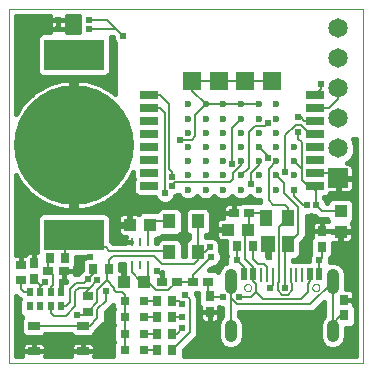
<source format=gtl>
G75*
%MOIN*%
%OFA0B0*%
%FSLAX25Y25*%
%IPPOS*%
%LPD*%
%AMOC8*
5,1,8,0,0,1.08239X$1,22.5*
%
%ADD10C,0.00000*%
%ADD11R,0.05906X0.02756*%
%ADD12C,0.02362*%
%ADD13R,0.02362X0.02362*%
%ADD14R,0.05906X0.05906*%
%ADD15R,0.04252X0.04134*%
%ADD16R,0.02165X0.02165*%
%ADD17R,0.04134X0.02559*%
%ADD18R,0.03642X0.02913*%
%ADD19R,0.02913X0.03642*%
%ADD20R,0.04134X0.04252*%
%ADD21R,0.03937X0.05669*%
%ADD22R,0.04724X0.05669*%
%ADD23R,0.02756X0.03543*%
%ADD24R,0.03150X0.03150*%
%ADD25R,0.03937X0.04724*%
%ADD26C,0.40000*%
%ADD27R,0.20000X0.10000*%
%ADD28R,0.00984X0.02559*%
%ADD29C,0.03937*%
%ADD30R,0.02283X0.04134*%
%ADD31R,0.01102X0.04528*%
%ADD32R,0.01969X0.03150*%
%ADD33R,0.03543X0.02756*%
%ADD34R,0.06500X0.06500*%
%ADD35C,0.06500*%
%ADD36C,0.01600*%
%ADD37C,0.02381*%
%ADD38C,0.00600*%
%ADD39C,0.00800*%
D10*
X0018501Y0009674D02*
X0018501Y0127784D01*
X0136611Y0127784D01*
X0136611Y0009674D01*
X0018501Y0009674D01*
X0096887Y0034871D02*
X0096889Y0034940D01*
X0096895Y0035008D01*
X0096905Y0035076D01*
X0096919Y0035143D01*
X0096937Y0035210D01*
X0096958Y0035275D01*
X0096984Y0035339D01*
X0097013Y0035401D01*
X0097045Y0035461D01*
X0097081Y0035520D01*
X0097121Y0035576D01*
X0097163Y0035630D01*
X0097209Y0035681D01*
X0097258Y0035730D01*
X0097309Y0035776D01*
X0097363Y0035818D01*
X0097419Y0035858D01*
X0097477Y0035894D01*
X0097538Y0035926D01*
X0097600Y0035955D01*
X0097664Y0035981D01*
X0097729Y0036002D01*
X0097796Y0036020D01*
X0097863Y0036034D01*
X0097931Y0036044D01*
X0097999Y0036050D01*
X0098068Y0036052D01*
X0098137Y0036050D01*
X0098205Y0036044D01*
X0098273Y0036034D01*
X0098340Y0036020D01*
X0098407Y0036002D01*
X0098472Y0035981D01*
X0098536Y0035955D01*
X0098598Y0035926D01*
X0098658Y0035894D01*
X0098717Y0035858D01*
X0098773Y0035818D01*
X0098827Y0035776D01*
X0098878Y0035730D01*
X0098927Y0035681D01*
X0098973Y0035630D01*
X0099015Y0035576D01*
X0099055Y0035520D01*
X0099091Y0035461D01*
X0099123Y0035401D01*
X0099152Y0035339D01*
X0099178Y0035275D01*
X0099199Y0035210D01*
X0099217Y0035143D01*
X0099231Y0035076D01*
X0099241Y0035008D01*
X0099247Y0034940D01*
X0099249Y0034871D01*
X0099247Y0034802D01*
X0099241Y0034734D01*
X0099231Y0034666D01*
X0099217Y0034599D01*
X0099199Y0034532D01*
X0099178Y0034467D01*
X0099152Y0034403D01*
X0099123Y0034341D01*
X0099091Y0034280D01*
X0099055Y0034222D01*
X0099015Y0034166D01*
X0098973Y0034112D01*
X0098927Y0034061D01*
X0098878Y0034012D01*
X0098827Y0033966D01*
X0098773Y0033924D01*
X0098717Y0033884D01*
X0098659Y0033848D01*
X0098598Y0033816D01*
X0098536Y0033787D01*
X0098472Y0033761D01*
X0098407Y0033740D01*
X0098340Y0033722D01*
X0098273Y0033708D01*
X0098205Y0033698D01*
X0098137Y0033692D01*
X0098068Y0033690D01*
X0097999Y0033692D01*
X0097931Y0033698D01*
X0097863Y0033708D01*
X0097796Y0033722D01*
X0097729Y0033740D01*
X0097664Y0033761D01*
X0097600Y0033787D01*
X0097538Y0033816D01*
X0097477Y0033848D01*
X0097419Y0033884D01*
X0097363Y0033924D01*
X0097309Y0033966D01*
X0097258Y0034012D01*
X0097209Y0034061D01*
X0097163Y0034112D01*
X0097121Y0034166D01*
X0097081Y0034222D01*
X0097045Y0034280D01*
X0097013Y0034341D01*
X0096984Y0034403D01*
X0096958Y0034467D01*
X0096937Y0034532D01*
X0096919Y0034599D01*
X0096905Y0034666D01*
X0096895Y0034734D01*
X0096889Y0034802D01*
X0096887Y0034871D01*
X0119642Y0034871D02*
X0119644Y0034940D01*
X0119650Y0035008D01*
X0119660Y0035076D01*
X0119674Y0035143D01*
X0119692Y0035210D01*
X0119713Y0035275D01*
X0119739Y0035339D01*
X0119768Y0035401D01*
X0119800Y0035461D01*
X0119836Y0035520D01*
X0119876Y0035576D01*
X0119918Y0035630D01*
X0119964Y0035681D01*
X0120013Y0035730D01*
X0120064Y0035776D01*
X0120118Y0035818D01*
X0120174Y0035858D01*
X0120232Y0035894D01*
X0120293Y0035926D01*
X0120355Y0035955D01*
X0120419Y0035981D01*
X0120484Y0036002D01*
X0120551Y0036020D01*
X0120618Y0036034D01*
X0120686Y0036044D01*
X0120754Y0036050D01*
X0120823Y0036052D01*
X0120892Y0036050D01*
X0120960Y0036044D01*
X0121028Y0036034D01*
X0121095Y0036020D01*
X0121162Y0036002D01*
X0121227Y0035981D01*
X0121291Y0035955D01*
X0121353Y0035926D01*
X0121413Y0035894D01*
X0121472Y0035858D01*
X0121528Y0035818D01*
X0121582Y0035776D01*
X0121633Y0035730D01*
X0121682Y0035681D01*
X0121728Y0035630D01*
X0121770Y0035576D01*
X0121810Y0035520D01*
X0121846Y0035461D01*
X0121878Y0035401D01*
X0121907Y0035339D01*
X0121933Y0035275D01*
X0121954Y0035210D01*
X0121972Y0035143D01*
X0121986Y0035076D01*
X0121996Y0035008D01*
X0122002Y0034940D01*
X0122004Y0034871D01*
X0122002Y0034802D01*
X0121996Y0034734D01*
X0121986Y0034666D01*
X0121972Y0034599D01*
X0121954Y0034532D01*
X0121933Y0034467D01*
X0121907Y0034403D01*
X0121878Y0034341D01*
X0121846Y0034280D01*
X0121810Y0034222D01*
X0121770Y0034166D01*
X0121728Y0034112D01*
X0121682Y0034061D01*
X0121633Y0034012D01*
X0121582Y0033966D01*
X0121528Y0033924D01*
X0121472Y0033884D01*
X0121414Y0033848D01*
X0121353Y0033816D01*
X0121291Y0033787D01*
X0121227Y0033761D01*
X0121162Y0033740D01*
X0121095Y0033722D01*
X0121028Y0033708D01*
X0120960Y0033698D01*
X0120892Y0033692D01*
X0120823Y0033690D01*
X0120754Y0033692D01*
X0120686Y0033698D01*
X0120618Y0033708D01*
X0120551Y0033722D01*
X0120484Y0033740D01*
X0120419Y0033761D01*
X0120355Y0033787D01*
X0120293Y0033816D01*
X0120232Y0033848D01*
X0120174Y0033884D01*
X0120118Y0033924D01*
X0120064Y0033966D01*
X0120013Y0034012D01*
X0119964Y0034061D01*
X0119918Y0034112D01*
X0119876Y0034166D01*
X0119836Y0034222D01*
X0119800Y0034280D01*
X0119768Y0034341D01*
X0119739Y0034403D01*
X0119713Y0034467D01*
X0119692Y0034532D01*
X0119674Y0034599D01*
X0119660Y0034666D01*
X0119650Y0034734D01*
X0119644Y0034802D01*
X0119642Y0034871D01*
D11*
X0120469Y0068729D03*
X0120469Y0073060D03*
X0120469Y0077391D03*
X0120469Y0081721D03*
X0120469Y0086052D03*
X0120469Y0090383D03*
X0120469Y0094713D03*
X0120469Y0099044D03*
X0065351Y0099044D03*
X0065351Y0094713D03*
X0065351Y0090383D03*
X0065351Y0086052D03*
X0065351Y0081721D03*
X0065351Y0077391D03*
X0065351Y0073060D03*
X0065351Y0068729D03*
D12*
X0078146Y0067548D03*
X0078146Y0072272D03*
X0078146Y0076997D03*
X0078146Y0081721D03*
X0078146Y0086446D03*
X0078146Y0091170D03*
X0078146Y0095894D03*
X0084052Y0095894D03*
X0084052Y0091170D03*
X0084052Y0086446D03*
X0084052Y0081721D03*
X0084052Y0076997D03*
X0084052Y0072272D03*
X0084052Y0067548D03*
X0089957Y0067548D03*
X0089957Y0072272D03*
X0089957Y0076997D03*
X0089957Y0081721D03*
X0089957Y0086446D03*
X0089957Y0091170D03*
X0089957Y0095894D03*
X0095863Y0095894D03*
X0095863Y0091170D03*
X0095863Y0086446D03*
X0095863Y0081721D03*
X0095863Y0076997D03*
X0095863Y0072272D03*
X0095863Y0067548D03*
X0101768Y0067548D03*
X0101768Y0072272D03*
X0101768Y0076997D03*
X0101768Y0081721D03*
X0101768Y0086446D03*
X0101768Y0091170D03*
X0101768Y0095894D03*
X0107674Y0095894D03*
X0107674Y0091170D03*
X0107674Y0086446D03*
X0107674Y0081721D03*
X0107674Y0076997D03*
X0107674Y0072272D03*
X0107674Y0067548D03*
X0113579Y0072272D03*
X0113579Y0076997D03*
X0113579Y0081721D03*
D13*
X0113579Y0067548D03*
D14*
X0106198Y0103769D03*
X0097339Y0103769D03*
X0088481Y0103769D03*
X0079623Y0103769D03*
D15*
X0129131Y0060363D03*
X0129131Y0053473D03*
D16*
X0045371Y0121190D03*
X0045371Y0124143D03*
X0034938Y0124143D03*
X0034938Y0121190D03*
D17*
X0026867Y0022174D03*
X0026867Y0013709D03*
X0043205Y0013709D03*
X0043205Y0022174D03*
D18*
X0036808Y0040383D03*
X0031690Y0040383D03*
X0069485Y0036839D03*
X0074603Y0036839D03*
X0079721Y0036839D03*
X0084839Y0036839D03*
X0093501Y0059674D03*
X0098619Y0059674D03*
D19*
X0122831Y0053572D03*
X0122831Y0048454D03*
X0130312Y0030737D03*
X0130312Y0025619D03*
X0085430Y0026800D03*
X0085430Y0031918D03*
X0026768Y0037824D03*
X0026768Y0042942D03*
D20*
X0056788Y0036839D03*
X0063678Y0036839D03*
X0065646Y0055737D03*
X0058757Y0055737D03*
X0091434Y0054162D03*
X0098323Y0054162D03*
D21*
X0104131Y0058099D03*
X0111611Y0058099D03*
X0111611Y0049438D03*
D22*
X0104918Y0049438D03*
D23*
X0099800Y0048650D03*
X0094682Y0048650D03*
X0073028Y0030540D03*
X0067910Y0030540D03*
X0067910Y0025028D03*
X0073028Y0025028D03*
X0073028Y0019517D03*
X0067910Y0019517D03*
X0067910Y0014005D03*
X0073028Y0014005D03*
X0051768Y0041170D03*
X0046650Y0041170D03*
X0037201Y0044713D03*
X0032083Y0044713D03*
D24*
X0057083Y0030540D03*
X0057083Y0025028D03*
X0057083Y0019517D03*
X0057083Y0014005D03*
X0063383Y0014005D03*
X0063383Y0019517D03*
X0063383Y0025028D03*
X0063383Y0030540D03*
D25*
X0072044Y0046682D03*
X0081493Y0046682D03*
X0081493Y0056918D03*
X0072044Y0056918D03*
D26*
X0040154Y0082509D03*
D27*
X0040154Y0112509D03*
X0040154Y0052509D03*
D28*
X0059642Y0050127D03*
X0062201Y0050127D03*
X0064760Y0050127D03*
X0064760Y0042450D03*
X0062201Y0042450D03*
X0059642Y0042450D03*
D29*
X0092438Y0034673D02*
X0092438Y0034673D01*
X0092438Y0039005D01*
X0092438Y0039005D01*
X0092438Y0034673D01*
X0092438Y0038609D02*
X0092438Y0038609D01*
X0092438Y0018808D02*
X0092438Y0018808D01*
X0092438Y0021958D01*
X0092438Y0021958D01*
X0092438Y0018808D01*
X0126453Y0018808D02*
X0126453Y0018808D01*
X0126453Y0021958D01*
X0126453Y0021958D01*
X0126453Y0018808D01*
X0126453Y0034673D02*
X0126453Y0034673D01*
X0126453Y0039005D01*
X0126453Y0039005D01*
X0126453Y0034673D01*
X0126453Y0038609D02*
X0126453Y0038609D01*
D30*
X0122044Y0039300D03*
X0118894Y0039300D03*
X0099997Y0039300D03*
X0096847Y0039300D03*
D31*
X0102556Y0039103D03*
X0104524Y0039103D03*
X0106493Y0039103D03*
X0108461Y0039103D03*
X0110430Y0039103D03*
X0112398Y0039103D03*
X0114367Y0039103D03*
X0116335Y0039103D03*
D32*
X0036020Y0033296D03*
X0032477Y0033296D03*
X0028934Y0033296D03*
X0025390Y0033296D03*
X0025390Y0028572D03*
X0028934Y0028572D03*
X0032477Y0028572D03*
X0036020Y0028572D03*
D33*
X0044879Y0026800D03*
X0044879Y0031918D03*
X0022438Y0037430D03*
X0022438Y0042548D03*
D34*
X0128343Y0071288D03*
D35*
X0128343Y0081288D03*
X0128343Y0091288D03*
X0128343Y0101288D03*
X0128343Y0111288D03*
X0128343Y0121288D03*
D36*
X0133138Y0084477D02*
X0134211Y0084477D01*
X0134211Y0012074D01*
X0076806Y0012074D01*
X0076806Y0014020D01*
X0080323Y0017537D01*
X0081111Y0018324D01*
X0081537Y0019353D01*
X0081537Y0031491D01*
X0081111Y0032520D01*
X0080753Y0032878D01*
X0080753Y0032983D01*
X0081573Y0032983D01*
X0081573Y0029620D01*
X0081938Y0028738D01*
X0082173Y0028503D01*
X0082173Y0026800D01*
X0085430Y0026800D01*
X0088686Y0026800D01*
X0088686Y0028280D01*
X0089046Y0028131D01*
X0089638Y0028131D01*
X0089638Y0025335D01*
X0088734Y0024432D01*
X0088069Y0022826D01*
X0088069Y0017939D01*
X0088734Y0016333D01*
X0089963Y0015104D01*
X0091569Y0014439D01*
X0093307Y0014439D01*
X0094912Y0015104D01*
X0096141Y0016333D01*
X0096806Y0017939D01*
X0096806Y0022826D01*
X0096141Y0024432D01*
X0095238Y0025335D01*
X0095238Y0026559D01*
X0119530Y0026559D01*
X0120559Y0026985D01*
X0121347Y0027773D01*
X0123653Y0030080D01*
X0123653Y0025335D01*
X0122750Y0024432D01*
X0122085Y0022826D01*
X0122085Y0017939D01*
X0122750Y0016333D01*
X0123979Y0015104D01*
X0125584Y0014439D01*
X0127322Y0014439D01*
X0128928Y0015104D01*
X0130157Y0016333D01*
X0130822Y0017939D01*
X0130822Y0021398D01*
X0132246Y0021398D01*
X0133128Y0021763D01*
X0133803Y0022439D01*
X0134168Y0023321D01*
X0134168Y0027917D01*
X0133803Y0028799D01*
X0133568Y0029034D01*
X0133568Y0030737D01*
X0133568Y0032795D01*
X0133446Y0033253D01*
X0133209Y0033663D01*
X0132874Y0033998D01*
X0132463Y0034235D01*
X0132005Y0034358D01*
X0130822Y0034358D01*
X0130822Y0039874D01*
X0130157Y0041479D01*
X0128928Y0042708D01*
X0127322Y0043373D01*
X0125634Y0043373D01*
X0125634Y0044593D01*
X0125648Y0044598D01*
X0126323Y0045273D01*
X0126688Y0046155D01*
X0126688Y0049628D01*
X0126768Y0049606D01*
X0128897Y0049606D01*
X0128897Y0053240D01*
X0126088Y0053240D01*
X0126088Y0053572D01*
X0122831Y0053572D01*
X0122831Y0057193D01*
X0121138Y0057193D01*
X0120680Y0057070D01*
X0120269Y0056833D01*
X0119934Y0056498D01*
X0119697Y0056087D01*
X0119575Y0055629D01*
X0119575Y0053572D01*
X0122831Y0053572D01*
X0122831Y0053572D01*
X0122831Y0053572D01*
X0122831Y0057193D01*
X0124525Y0057193D01*
X0124906Y0057090D01*
X0124710Y0057563D01*
X0122373Y0057563D01*
X0121344Y0057989D01*
X0120494Y0058839D01*
X0120149Y0058839D01*
X0119288Y0059196D01*
X0118427Y0058839D01*
X0117757Y0058839D01*
X0117757Y0052227D01*
X0117331Y0051198D01*
X0115979Y0049847D01*
X0115979Y0046126D01*
X0115614Y0045244D01*
X0114939Y0044569D01*
X0114057Y0044203D01*
X0113230Y0044203D01*
X0113230Y0043767D01*
X0118453Y0043767D01*
X0118453Y0044640D01*
X0119000Y0045960D01*
X0119039Y0045999D01*
X0118975Y0046155D01*
X0118975Y0050752D01*
X0119340Y0051634D01*
X0119575Y0051869D01*
X0119575Y0053572D01*
X0122831Y0053572D01*
X0122831Y0053572D01*
X0126088Y0053572D01*
X0126088Y0053707D01*
X0128897Y0053707D01*
X0128897Y0053240D01*
X0129364Y0053240D01*
X0129364Y0053707D01*
X0133057Y0053707D01*
X0133057Y0055777D01*
X0132934Y0056235D01*
X0132808Y0056453D01*
X0133291Y0056937D01*
X0133657Y0057819D01*
X0133657Y0062907D01*
X0133291Y0063789D01*
X0132616Y0064465D01*
X0131734Y0064830D01*
X0126527Y0064830D01*
X0125645Y0064465D01*
X0124970Y0063789D01*
X0124710Y0063163D01*
X0124446Y0063163D01*
X0123907Y0064464D01*
X0123663Y0064708D01*
X0123663Y0064951D01*
X0123899Y0064951D01*
X0124781Y0065317D01*
X0125457Y0065992D01*
X0125559Y0066238D01*
X0128268Y0066238D01*
X0128268Y0071213D01*
X0128418Y0071213D01*
X0128418Y0066238D01*
X0131830Y0066238D01*
X0132288Y0066361D01*
X0132698Y0066598D01*
X0133034Y0066933D01*
X0133270Y0067343D01*
X0133393Y0067801D01*
X0133393Y0071213D01*
X0128418Y0071213D01*
X0128418Y0071363D01*
X0133393Y0071363D01*
X0133393Y0074775D01*
X0133270Y0075233D01*
X0133034Y0075643D01*
X0132698Y0075979D01*
X0132288Y0076216D01*
X0131830Y0076338D01*
X0131157Y0076338D01*
X0131544Y0076498D01*
X0133133Y0078088D01*
X0133993Y0080164D01*
X0133993Y0082412D01*
X0133138Y0084477D01*
X0133664Y0083206D02*
X0134211Y0083206D01*
X0134211Y0081607D02*
X0133993Y0081607D01*
X0133929Y0080009D02*
X0134211Y0080009D01*
X0134211Y0078410D02*
X0133266Y0078410D01*
X0134211Y0076811D02*
X0131857Y0076811D01*
X0133276Y0075213D02*
X0134211Y0075213D01*
X0134211Y0073614D02*
X0133393Y0073614D01*
X0133393Y0072016D02*
X0134211Y0072016D01*
X0134211Y0070417D02*
X0133393Y0070417D01*
X0133393Y0068819D02*
X0134211Y0068819D01*
X0134211Y0067220D02*
X0133199Y0067220D01*
X0134211Y0065622D02*
X0125087Y0065622D01*
X0125204Y0064023D02*
X0124089Y0064023D01*
X0128268Y0067220D02*
X0128418Y0067220D01*
X0128418Y0068819D02*
X0128268Y0068819D01*
X0128268Y0070417D02*
X0128418Y0070417D01*
X0133057Y0064023D02*
X0134211Y0064023D01*
X0134211Y0062425D02*
X0133657Y0062425D01*
X0133657Y0060826D02*
X0134211Y0060826D01*
X0134211Y0059228D02*
X0133657Y0059228D01*
X0133578Y0057629D02*
X0134211Y0057629D01*
X0134211Y0056031D02*
X0132989Y0056031D01*
X0133057Y0054432D02*
X0134211Y0054432D01*
X0134211Y0052834D02*
X0133057Y0052834D01*
X0133057Y0053240D02*
X0129364Y0053240D01*
X0129364Y0049606D01*
X0131494Y0049606D01*
X0131951Y0049729D01*
X0132362Y0049966D01*
X0132697Y0050301D01*
X0132934Y0050712D01*
X0133057Y0051169D01*
X0133057Y0053240D01*
X0133057Y0051235D02*
X0134211Y0051235D01*
X0134211Y0049637D02*
X0131607Y0049637D01*
X0129364Y0049637D02*
X0128897Y0049637D01*
X0128897Y0051235D02*
X0129364Y0051235D01*
X0129364Y0052834D02*
X0128897Y0052834D01*
X0126688Y0048038D02*
X0134211Y0048038D01*
X0134211Y0046440D02*
X0126688Y0046440D01*
X0125891Y0044841D02*
X0134211Y0044841D01*
X0134211Y0043243D02*
X0127637Y0043243D01*
X0129992Y0041644D02*
X0134211Y0041644D01*
X0134211Y0040046D02*
X0130751Y0040046D01*
X0130822Y0038447D02*
X0134211Y0038447D01*
X0134211Y0036849D02*
X0130822Y0036849D01*
X0130822Y0035250D02*
X0134211Y0035250D01*
X0134211Y0033652D02*
X0133215Y0033652D01*
X0133568Y0032053D02*
X0134211Y0032053D01*
X0133568Y0030737D02*
X0130312Y0030737D01*
X0130312Y0030737D01*
X0133568Y0030737D01*
X0133568Y0030455D02*
X0134211Y0030455D01*
X0134211Y0028856D02*
X0133746Y0028856D01*
X0134168Y0027258D02*
X0134211Y0027258D01*
X0134168Y0025659D02*
X0134211Y0025659D01*
X0134168Y0024061D02*
X0134211Y0024061D01*
X0134211Y0022462D02*
X0133813Y0022462D01*
X0134211Y0020864D02*
X0130822Y0020864D01*
X0130822Y0019265D02*
X0134211Y0019265D01*
X0134211Y0017667D02*
X0130709Y0017667D01*
X0129892Y0016068D02*
X0134211Y0016068D01*
X0134211Y0014470D02*
X0127395Y0014470D01*
X0125512Y0014470D02*
X0093379Y0014470D01*
X0091496Y0014470D02*
X0077256Y0014470D01*
X0076806Y0012871D02*
X0134211Y0012871D01*
X0123015Y0016068D02*
X0095876Y0016068D01*
X0096693Y0017667D02*
X0122198Y0017667D01*
X0122085Y0019265D02*
X0096806Y0019265D01*
X0096806Y0020864D02*
X0122085Y0020864D01*
X0122085Y0022462D02*
X0096806Y0022462D01*
X0096295Y0024061D02*
X0122596Y0024061D01*
X0123653Y0025659D02*
X0095238Y0025659D01*
X0089638Y0025659D02*
X0088686Y0025659D01*
X0088686Y0024742D02*
X0088686Y0026800D01*
X0085430Y0026800D01*
X0085430Y0026800D01*
X0085430Y0023179D01*
X0087123Y0023179D01*
X0087581Y0023302D01*
X0087992Y0023539D01*
X0088327Y0023874D01*
X0088564Y0024284D01*
X0088686Y0024742D01*
X0088580Y0024061D02*
X0088435Y0024061D01*
X0088069Y0022462D02*
X0081537Y0022462D01*
X0081537Y0020864D02*
X0088069Y0020864D01*
X0088069Y0019265D02*
X0081500Y0019265D01*
X0080453Y0017667D02*
X0088182Y0017667D01*
X0088999Y0016068D02*
X0078854Y0016068D01*
X0083278Y0023302D02*
X0083736Y0023179D01*
X0085430Y0023179D01*
X0085430Y0026800D01*
X0085430Y0026800D01*
X0082173Y0026800D01*
X0082173Y0024742D01*
X0082296Y0024284D01*
X0082533Y0023874D01*
X0082868Y0023539D01*
X0083278Y0023302D01*
X0082425Y0024061D02*
X0081537Y0024061D01*
X0081537Y0025659D02*
X0082173Y0025659D01*
X0082173Y0027258D02*
X0081537Y0027258D01*
X0081537Y0028856D02*
X0081889Y0028856D01*
X0081573Y0030455D02*
X0081537Y0030455D01*
X0081573Y0032053D02*
X0081304Y0032053D01*
X0085430Y0026800D02*
X0085430Y0026800D01*
X0085430Y0025659D02*
X0085430Y0025659D01*
X0085430Y0024061D02*
X0085430Y0024061D01*
X0088686Y0027258D02*
X0089638Y0027258D01*
X0088188Y0040162D02*
X0088020Y0040331D01*
X0087137Y0040696D01*
X0085372Y0040696D01*
X0086193Y0041517D01*
X0086538Y0041517D01*
X0087857Y0042063D01*
X0088867Y0043073D01*
X0089414Y0044393D01*
X0089414Y0045821D01*
X0088867Y0047141D01*
X0088858Y0047150D01*
X0089020Y0047542D01*
X0089020Y0048971D01*
X0088474Y0050291D01*
X0087464Y0051301D01*
X0086144Y0051847D01*
X0084716Y0051847D01*
X0084293Y0051672D01*
X0084293Y0052303D01*
X0084821Y0052521D01*
X0085496Y0053196D01*
X0085861Y0054079D01*
X0085861Y0059758D01*
X0085496Y0060640D01*
X0084821Y0061315D01*
X0083939Y0061680D01*
X0079047Y0061680D01*
X0078165Y0061315D01*
X0077490Y0060640D01*
X0077124Y0059758D01*
X0077124Y0054079D01*
X0077490Y0053196D01*
X0078165Y0052521D01*
X0078693Y0052303D01*
X0078693Y0051297D01*
X0078165Y0051079D01*
X0077490Y0050404D01*
X0077124Y0049521D01*
X0077124Y0045545D01*
X0076412Y0045545D01*
X0076412Y0049521D01*
X0076047Y0050404D01*
X0075372Y0051079D01*
X0074490Y0051444D01*
X0069598Y0051444D01*
X0068716Y0051079D01*
X0068041Y0050404D01*
X0067822Y0049876D01*
X0067653Y0049876D01*
X0067653Y0051211D01*
X0068191Y0051211D01*
X0069073Y0051576D01*
X0069652Y0052156D01*
X0074490Y0052156D01*
X0075372Y0052521D01*
X0076047Y0053196D01*
X0076412Y0054079D01*
X0076412Y0059758D01*
X0076047Y0060640D01*
X0075372Y0061315D01*
X0074490Y0061680D01*
X0069598Y0061680D01*
X0068716Y0061315D01*
X0068041Y0060640D01*
X0067885Y0060263D01*
X0063102Y0060263D01*
X0062220Y0059898D01*
X0061737Y0059414D01*
X0061518Y0059540D01*
X0061060Y0059663D01*
X0058990Y0059663D01*
X0058990Y0055971D01*
X0058523Y0055971D01*
X0058523Y0059663D01*
X0056453Y0059663D01*
X0055995Y0059540D01*
X0055584Y0059303D01*
X0055249Y0058968D01*
X0055012Y0058558D01*
X0054890Y0058100D01*
X0054890Y0055970D01*
X0058523Y0055970D01*
X0058523Y0055504D01*
X0054890Y0055504D01*
X0054890Y0053374D01*
X0055012Y0052916D01*
X0055249Y0052506D01*
X0055584Y0052171D01*
X0055995Y0051934D01*
X0056453Y0051811D01*
X0057395Y0051811D01*
X0057350Y0051643D01*
X0057350Y0050127D01*
X0059309Y0050127D01*
X0059309Y0050127D01*
X0057350Y0050127D01*
X0057350Y0049876D01*
X0053125Y0049876D01*
X0052554Y0050446D01*
X0052554Y0057986D01*
X0052189Y0058868D01*
X0051514Y0059543D01*
X0050632Y0059909D01*
X0029677Y0059909D01*
X0028795Y0059543D01*
X0028120Y0058868D01*
X0027754Y0057986D01*
X0027754Y0047031D01*
X0027948Y0046563D01*
X0026768Y0046563D01*
X0025075Y0046563D01*
X0024617Y0046440D01*
X0024206Y0046203D01*
X0023871Y0045868D01*
X0023789Y0045726D01*
X0022438Y0045726D01*
X0022438Y0042548D01*
X0022438Y0042548D01*
X0022438Y0045726D01*
X0020901Y0045726D01*
X0020901Y0072277D01*
X0021119Y0071848D01*
X0022014Y0070388D01*
X0023021Y0069002D01*
X0024134Y0067699D01*
X0025345Y0066488D01*
X0026648Y0065376D01*
X0028033Y0064369D01*
X0029494Y0063474D01*
X0031020Y0062696D01*
X0032603Y0062040D01*
X0034232Y0061511D01*
X0035898Y0061111D01*
X0037590Y0060843D01*
X0039298Y0060709D01*
X0039354Y0060709D01*
X0039354Y0081709D01*
X0040954Y0081709D01*
X0040954Y0060709D01*
X0041011Y0060709D01*
X0042718Y0060843D01*
X0044410Y0061111D01*
X0046076Y0061511D01*
X0047705Y0062040D01*
X0049288Y0062696D01*
X0050814Y0063474D01*
X0052275Y0064369D01*
X0053661Y0065376D01*
X0054963Y0066488D01*
X0056175Y0067699D01*
X0057287Y0069002D01*
X0058294Y0070388D01*
X0059189Y0071848D01*
X0059967Y0073375D01*
X0059998Y0073450D01*
X0059998Y0071204D01*
X0060127Y0070894D01*
X0059998Y0070584D01*
X0059998Y0066874D01*
X0060364Y0065992D01*
X0061039Y0065317D01*
X0061921Y0064951D01*
X0067169Y0064951D01*
X0067425Y0064333D01*
X0068435Y0063323D01*
X0069755Y0062776D01*
X0071183Y0062776D01*
X0072503Y0063323D01*
X0073513Y0064333D01*
X0073909Y0065289D01*
X0074865Y0065685D01*
X0074990Y0065810D01*
X0075110Y0065520D01*
X0076118Y0064512D01*
X0077434Y0063967D01*
X0078859Y0063967D01*
X0080175Y0064512D01*
X0081099Y0065436D01*
X0082023Y0064512D01*
X0083339Y0063967D01*
X0084764Y0063967D01*
X0086080Y0064512D01*
X0087005Y0065436D01*
X0087929Y0064512D01*
X0089245Y0063967D01*
X0090670Y0063967D01*
X0091986Y0064512D01*
X0092910Y0065436D01*
X0093834Y0064512D01*
X0095151Y0063967D01*
X0096575Y0063967D01*
X0097891Y0064512D01*
X0098816Y0065436D01*
X0099740Y0064512D01*
X0101056Y0063967D01*
X0102315Y0063967D01*
X0102315Y0063448D01*
X0102362Y0063334D01*
X0101685Y0063334D01*
X0101538Y0063273D01*
X0100917Y0063531D01*
X0096320Y0063531D01*
X0095438Y0063165D01*
X0095204Y0062931D01*
X0093501Y0062931D01*
X0093501Y0059674D01*
X0093501Y0059674D01*
X0093501Y0062931D01*
X0091443Y0062931D01*
X0090985Y0062808D01*
X0090575Y0062571D01*
X0090239Y0062236D01*
X0090002Y0061825D01*
X0089880Y0061368D01*
X0089880Y0059674D01*
X0089880Y0058088D01*
X0089130Y0058088D01*
X0088672Y0057966D01*
X0088262Y0057729D01*
X0087926Y0057393D01*
X0087689Y0056983D01*
X0087567Y0056525D01*
X0087567Y0054396D01*
X0091200Y0054396D01*
X0091200Y0053929D01*
X0087567Y0053929D01*
X0087567Y0051799D01*
X0087689Y0051341D01*
X0087926Y0050931D01*
X0088262Y0050596D01*
X0088672Y0050359D01*
X0089130Y0050236D01*
X0090904Y0050236D01*
X0090904Y0046401D01*
X0091264Y0045532D01*
X0090894Y0044640D01*
X0090894Y0043212D01*
X0090936Y0043111D01*
X0089963Y0042708D01*
X0088734Y0041479D01*
X0088188Y0040162D01*
X0088899Y0041644D02*
X0086846Y0041644D01*
X0088938Y0043243D02*
X0090894Y0043243D01*
X0090978Y0044841D02*
X0089414Y0044841D01*
X0089158Y0046440D02*
X0090904Y0046440D01*
X0090904Y0048038D02*
X0089020Y0048038D01*
X0088745Y0049637D02*
X0090904Y0049637D01*
X0087751Y0051235D02*
X0087529Y0051235D01*
X0087567Y0052834D02*
X0085133Y0052834D01*
X0085861Y0054432D02*
X0087567Y0054432D01*
X0087567Y0056031D02*
X0085861Y0056031D01*
X0085861Y0057629D02*
X0088162Y0057629D01*
X0089880Y0059228D02*
X0085861Y0059228D01*
X0085309Y0060826D02*
X0089880Y0060826D01*
X0089880Y0059674D02*
X0093501Y0059674D01*
X0089880Y0059674D01*
X0090428Y0062425D02*
X0048634Y0062425D01*
X0051712Y0064023D02*
X0067735Y0064023D01*
X0068227Y0060826D02*
X0042506Y0060826D01*
X0040954Y0060826D02*
X0039354Y0060826D01*
X0037802Y0060826D02*
X0020901Y0060826D01*
X0020901Y0059228D02*
X0028479Y0059228D01*
X0027754Y0057629D02*
X0020901Y0057629D01*
X0020901Y0056031D02*
X0027754Y0056031D01*
X0027754Y0054432D02*
X0020901Y0054432D01*
X0020901Y0052834D02*
X0027754Y0052834D01*
X0027754Y0051235D02*
X0020901Y0051235D01*
X0020901Y0049637D02*
X0027754Y0049637D01*
X0027754Y0048038D02*
X0020901Y0048038D01*
X0020901Y0046440D02*
X0024617Y0046440D01*
X0022438Y0044841D02*
X0022438Y0044841D01*
X0022438Y0043243D02*
X0022438Y0043243D01*
X0026768Y0043243D02*
X0026768Y0043243D01*
X0026768Y0042942D02*
X0026768Y0046563D01*
X0026768Y0042942D01*
X0026768Y0042942D01*
X0026768Y0044841D02*
X0026768Y0044841D01*
X0026768Y0046440D02*
X0026768Y0046440D01*
X0036808Y0040383D02*
X0036808Y0037126D01*
X0037662Y0037126D01*
X0037387Y0036851D01*
X0037207Y0036671D01*
X0036020Y0036671D01*
X0035868Y0036671D01*
X0035868Y0037126D01*
X0036808Y0037126D01*
X0036808Y0040383D01*
X0040429Y0040383D01*
X0040429Y0041397D01*
X0040614Y0041582D01*
X0040979Y0042464D01*
X0040979Y0045109D01*
X0044232Y0045109D01*
X0043913Y0044976D01*
X0043238Y0044301D01*
X0042872Y0043419D01*
X0042872Y0040682D01*
X0042845Y0040671D01*
X0041835Y0039661D01*
X0041663Y0039246D01*
X0040429Y0039246D01*
X0040429Y0040383D01*
X0036808Y0040383D01*
X0036808Y0040383D01*
X0036808Y0040383D01*
X0036808Y0040046D02*
X0036808Y0040046D01*
X0036808Y0038447D02*
X0036808Y0038447D01*
X0037385Y0036849D02*
X0035868Y0036849D01*
X0036020Y0036671D02*
X0036020Y0033296D01*
X0036020Y0033296D01*
X0036020Y0036671D01*
X0036020Y0035250D02*
X0036020Y0035250D01*
X0036020Y0033652D02*
X0036020Y0033652D01*
X0040429Y0040046D02*
X0042220Y0040046D01*
X0042872Y0041644D02*
X0040640Y0041644D01*
X0040979Y0043243D02*
X0042872Y0043243D01*
X0043778Y0044841D02*
X0040979Y0044841D01*
X0052554Y0051235D02*
X0057350Y0051235D01*
X0055060Y0052834D02*
X0052554Y0052834D01*
X0052554Y0054432D02*
X0054890Y0054432D01*
X0054890Y0056031D02*
X0052554Y0056031D01*
X0052554Y0057629D02*
X0054890Y0057629D01*
X0055509Y0059228D02*
X0051829Y0059228D01*
X0058523Y0059228D02*
X0058990Y0059228D01*
X0058990Y0057629D02*
X0058523Y0057629D01*
X0058523Y0056031D02*
X0058990Y0056031D01*
X0060733Y0065622D02*
X0053949Y0065622D01*
X0055696Y0067220D02*
X0059998Y0067220D01*
X0059998Y0068819D02*
X0057131Y0068819D01*
X0058312Y0070417D02*
X0059998Y0070417D01*
X0059998Y0072016D02*
X0059275Y0072016D01*
X0073203Y0064023D02*
X0077298Y0064023D01*
X0078995Y0064023D02*
X0083203Y0064023D01*
X0084900Y0064023D02*
X0089109Y0064023D01*
X0090806Y0064023D02*
X0095014Y0064023D01*
X0096712Y0064023D02*
X0100920Y0064023D01*
X0093501Y0062425D02*
X0093501Y0062425D01*
X0093501Y0060826D02*
X0093501Y0060826D01*
X0093501Y0059674D02*
X0093501Y0059674D01*
X0104537Y0049057D02*
X0104537Y0045363D01*
X0105126Y0045119D01*
X0105299Y0044946D01*
X0105299Y0049057D01*
X0104537Y0049057D01*
X0104537Y0048038D02*
X0105299Y0048038D01*
X0105299Y0046440D02*
X0104537Y0046440D01*
X0115212Y0044841D02*
X0118537Y0044841D01*
X0118975Y0046440D02*
X0115979Y0046440D01*
X0115979Y0048038D02*
X0118975Y0048038D01*
X0118975Y0049637D02*
X0115979Y0049637D01*
X0117346Y0051235D02*
X0119175Y0051235D01*
X0119575Y0052834D02*
X0117757Y0052834D01*
X0117757Y0054432D02*
X0119575Y0054432D01*
X0119682Y0056031D02*
X0117757Y0056031D01*
X0117757Y0057629D02*
X0122213Y0057629D01*
X0122831Y0056031D02*
X0122831Y0056031D01*
X0122831Y0054432D02*
X0122831Y0054432D01*
X0122430Y0028856D02*
X0123653Y0028856D01*
X0123653Y0027258D02*
X0120831Y0027258D01*
X0121347Y0027773D02*
X0121347Y0027773D01*
X0078543Y0051235D02*
X0074994Y0051235D01*
X0075684Y0052834D02*
X0077852Y0052834D01*
X0077124Y0054432D02*
X0076412Y0054432D01*
X0076412Y0056031D02*
X0077124Y0056031D01*
X0077124Y0057629D02*
X0076412Y0057629D01*
X0076412Y0059228D02*
X0077124Y0059228D01*
X0077676Y0060826D02*
X0075860Y0060826D01*
X0075068Y0065622D02*
X0074712Y0065622D01*
X0069094Y0051235D02*
X0068249Y0051235D01*
X0076365Y0049637D02*
X0077172Y0049637D01*
X0077124Y0048038D02*
X0076412Y0048038D01*
X0076412Y0046440D02*
X0077124Y0046440D01*
X0069485Y0039945D02*
X0069485Y0036883D01*
X0069485Y0036883D01*
X0069485Y0039945D01*
X0069485Y0039945D01*
X0069485Y0038447D02*
X0069485Y0038447D01*
X0057022Y0038447D02*
X0056555Y0038447D01*
X0057022Y0039196D02*
X0057022Y0037073D01*
X0056555Y0037073D01*
X0056555Y0040765D01*
X0055546Y0040765D01*
X0055546Y0042701D01*
X0056750Y0042701D01*
X0056750Y0040693D01*
X0056842Y0040470D01*
X0056842Y0040273D01*
X0056813Y0039805D01*
X0056842Y0039719D01*
X0056842Y0039629D01*
X0057022Y0039196D01*
X0056828Y0040046D02*
X0056555Y0040046D01*
X0056750Y0041644D02*
X0055546Y0041644D01*
X0053109Y0028905D02*
X0052370Y0028166D01*
X0050828Y0026624D01*
X0050828Y0024078D01*
X0050402Y0023049D01*
X0049614Y0022261D01*
X0047603Y0020250D01*
X0047307Y0019535D01*
X0046632Y0018860D01*
X0045750Y0018494D01*
X0040661Y0018494D01*
X0039779Y0018860D01*
X0039265Y0019374D01*
X0030807Y0019374D01*
X0030293Y0018860D01*
X0029411Y0018494D01*
X0024322Y0018494D01*
X0023440Y0018860D01*
X0022765Y0019535D01*
X0022400Y0020417D01*
X0022400Y0023931D01*
X0022765Y0024813D01*
X0022981Y0025028D01*
X0022372Y0025637D01*
X0022006Y0026519D01*
X0022006Y0030624D01*
X0022116Y0030888D01*
X0022033Y0030922D01*
X0020901Y0032054D01*
X0020901Y0012074D01*
X0023032Y0012074D01*
X0023000Y0012193D01*
X0023000Y0013709D01*
X0026867Y0013709D01*
X0026867Y0013709D01*
X0030734Y0013709D01*
X0030734Y0012193D01*
X0030702Y0012074D01*
X0039370Y0012074D01*
X0039338Y0012193D01*
X0039338Y0013709D01*
X0043205Y0013709D01*
X0043205Y0013709D01*
X0039338Y0013709D01*
X0039338Y0015226D01*
X0039461Y0015684D01*
X0039698Y0016094D01*
X0040033Y0016429D01*
X0040444Y0016666D01*
X0040901Y0016789D01*
X0043205Y0016789D01*
X0043205Y0013710D01*
X0043205Y0013710D01*
X0043205Y0016789D01*
X0045509Y0016789D01*
X0045967Y0016666D01*
X0046378Y0016429D01*
X0046713Y0016094D01*
X0046950Y0015684D01*
X0047072Y0015226D01*
X0047072Y0013709D01*
X0043205Y0013709D01*
X0043205Y0013709D01*
X0047072Y0013709D01*
X0047072Y0012193D01*
X0047040Y0012074D01*
X0053109Y0012074D01*
X0053109Y0016057D01*
X0053400Y0016761D01*
X0053109Y0017464D01*
X0053109Y0021569D01*
X0053400Y0022272D01*
X0053109Y0022976D01*
X0053109Y0027081D01*
X0053400Y0027784D01*
X0053109Y0028488D01*
X0053109Y0028905D01*
X0053109Y0028856D02*
X0053060Y0028856D01*
X0053182Y0027258D02*
X0051461Y0027258D01*
X0050828Y0025659D02*
X0053109Y0025659D01*
X0053109Y0024061D02*
X0050821Y0024061D01*
X0049815Y0022462D02*
X0053321Y0022462D01*
X0053109Y0020864D02*
X0048217Y0020864D01*
X0047037Y0019265D02*
X0053109Y0019265D01*
X0053109Y0017667D02*
X0020901Y0017667D01*
X0020901Y0019265D02*
X0023035Y0019265D01*
X0022400Y0020864D02*
X0020901Y0020864D01*
X0020901Y0022462D02*
X0022400Y0022462D01*
X0022454Y0024061D02*
X0020901Y0024061D01*
X0020901Y0025659D02*
X0022363Y0025659D01*
X0022006Y0027258D02*
X0020901Y0027258D01*
X0020901Y0028856D02*
X0022006Y0028856D01*
X0022006Y0030455D02*
X0020901Y0030455D01*
X0020901Y0032053D02*
X0020902Y0032053D01*
X0030698Y0019265D02*
X0039374Y0019265D01*
X0039683Y0016068D02*
X0030389Y0016068D01*
X0030374Y0016094D02*
X0030611Y0015684D01*
X0030734Y0015226D01*
X0030734Y0013709D01*
X0026867Y0013709D01*
X0026867Y0013709D01*
X0026867Y0013710D02*
X0026867Y0013710D01*
X0026867Y0016789D01*
X0029171Y0016789D01*
X0029628Y0016666D01*
X0030039Y0016429D01*
X0030374Y0016094D01*
X0030734Y0014470D02*
X0039338Y0014470D01*
X0039338Y0012871D02*
X0030734Y0012871D01*
X0026867Y0013710D02*
X0026867Y0016789D01*
X0024563Y0016789D01*
X0024105Y0016666D01*
X0023695Y0016429D01*
X0023359Y0016094D01*
X0023123Y0015684D01*
X0023000Y0015226D01*
X0023000Y0013709D01*
X0026867Y0013709D01*
X0026867Y0014470D02*
X0026867Y0014470D01*
X0026867Y0016068D02*
X0026867Y0016068D01*
X0023344Y0016068D02*
X0020901Y0016068D01*
X0020901Y0014470D02*
X0023000Y0014470D01*
X0023000Y0012871D02*
X0020901Y0012871D01*
X0043205Y0014470D02*
X0043205Y0014470D01*
X0043205Y0016068D02*
X0043205Y0016068D01*
X0046728Y0016068D02*
X0053113Y0016068D01*
X0053109Y0014470D02*
X0047072Y0014470D01*
X0047072Y0012871D02*
X0053109Y0012871D01*
X0040954Y0062425D02*
X0039354Y0062425D01*
X0039354Y0064023D02*
X0040954Y0064023D01*
X0040954Y0065622D02*
X0039354Y0065622D01*
X0039354Y0067220D02*
X0040954Y0067220D01*
X0040954Y0068819D02*
X0039354Y0068819D01*
X0039354Y0070417D02*
X0040954Y0070417D01*
X0040954Y0072016D02*
X0039354Y0072016D01*
X0039354Y0073614D02*
X0040954Y0073614D01*
X0040954Y0075213D02*
X0039354Y0075213D01*
X0039354Y0076811D02*
X0040954Y0076811D01*
X0040954Y0078410D02*
X0039354Y0078410D01*
X0039354Y0080009D02*
X0040954Y0080009D01*
X0040954Y0081607D02*
X0039354Y0081607D01*
X0039354Y0083309D02*
X0039354Y0104309D01*
X0039298Y0104309D01*
X0037590Y0104174D01*
X0035898Y0103906D01*
X0034232Y0103506D01*
X0032603Y0102977D01*
X0031020Y0102321D01*
X0029494Y0101544D01*
X0028033Y0100649D01*
X0026648Y0099642D01*
X0025345Y0098529D01*
X0024134Y0097318D01*
X0023021Y0096015D01*
X0022014Y0094629D01*
X0021119Y0093169D01*
X0020901Y0092740D01*
X0020901Y0125384D01*
X0032055Y0125384D01*
X0032055Y0124143D01*
X0034938Y0124143D01*
X0037820Y0124143D01*
X0037820Y0125384D01*
X0041888Y0125384D01*
X0041888Y0119909D01*
X0037820Y0119909D01*
X0037820Y0121190D01*
X0037820Y0122509D01*
X0037778Y0122666D01*
X0037820Y0122823D01*
X0037820Y0124142D01*
X0034938Y0124142D01*
X0034938Y0121190D01*
X0037820Y0121190D01*
X0034938Y0121190D01*
X0034938Y0121190D01*
X0034938Y0121190D01*
X0034938Y0124072D01*
X0034938Y0124142D01*
X0034938Y0124142D01*
X0034938Y0124143D01*
X0034938Y0124142D01*
X0032055Y0124142D01*
X0032055Y0122823D01*
X0032097Y0122666D01*
X0032055Y0122509D01*
X0032055Y0121190D01*
X0034938Y0121190D01*
X0034938Y0121190D01*
X0032055Y0121190D01*
X0032055Y0119909D01*
X0029677Y0119909D01*
X0028795Y0119543D01*
X0028120Y0118868D01*
X0027754Y0117986D01*
X0027754Y0107031D01*
X0028120Y0106149D01*
X0028795Y0105474D01*
X0029677Y0105109D01*
X0050632Y0105109D01*
X0051514Y0105474D01*
X0052189Y0106149D01*
X0052554Y0107031D01*
X0052554Y0117986D01*
X0052387Y0118390D01*
X0053069Y0118390D01*
X0053099Y0118360D01*
X0053099Y0118015D01*
X0053646Y0116695D01*
X0053934Y0116407D01*
X0053934Y0099409D01*
X0053661Y0099642D01*
X0052275Y0100649D01*
X0050814Y0101544D01*
X0049288Y0102321D01*
X0047705Y0102977D01*
X0046076Y0103506D01*
X0044410Y0103906D01*
X0042718Y0104174D01*
X0041011Y0104309D01*
X0040954Y0104309D01*
X0040954Y0083309D01*
X0039354Y0083309D01*
X0039354Y0084804D02*
X0040954Y0084804D01*
X0040954Y0086403D02*
X0039354Y0086403D01*
X0039354Y0088001D02*
X0040954Y0088001D01*
X0040954Y0089600D02*
X0039354Y0089600D01*
X0039354Y0091198D02*
X0040954Y0091198D01*
X0040954Y0092797D02*
X0039354Y0092797D01*
X0039354Y0094395D02*
X0040954Y0094395D01*
X0040954Y0095994D02*
X0039354Y0095994D01*
X0039354Y0097592D02*
X0040954Y0097592D01*
X0040954Y0099191D02*
X0039354Y0099191D01*
X0039354Y0100789D02*
X0040954Y0100789D01*
X0040954Y0102388D02*
X0039354Y0102388D01*
X0039354Y0103986D02*
X0040954Y0103986D01*
X0043906Y0103986D02*
X0053934Y0103986D01*
X0053934Y0105585D02*
X0051624Y0105585D01*
X0052554Y0107183D02*
X0053934Y0107183D01*
X0053934Y0108782D02*
X0052554Y0108782D01*
X0052554Y0110380D02*
X0053934Y0110380D01*
X0053934Y0111979D02*
X0052554Y0111979D01*
X0052554Y0113577D02*
X0053934Y0113577D01*
X0053934Y0115176D02*
X0052554Y0115176D01*
X0052554Y0116774D02*
X0053613Y0116774D01*
X0053086Y0118373D02*
X0052394Y0118373D01*
X0041888Y0119971D02*
X0037820Y0119971D01*
X0037820Y0121570D02*
X0041888Y0121570D01*
X0041888Y0123168D02*
X0037820Y0123168D01*
X0037820Y0124767D02*
X0041888Y0124767D01*
X0034938Y0123168D02*
X0034938Y0123168D01*
X0034938Y0121570D02*
X0034938Y0121570D01*
X0032055Y0121570D02*
X0020901Y0121570D01*
X0020901Y0123168D02*
X0032055Y0123168D01*
X0032055Y0124767D02*
X0020901Y0124767D01*
X0020901Y0119971D02*
X0032055Y0119971D01*
X0027914Y0118373D02*
X0020901Y0118373D01*
X0020901Y0116774D02*
X0027754Y0116774D01*
X0027754Y0115176D02*
X0020901Y0115176D01*
X0020901Y0113577D02*
X0027754Y0113577D01*
X0027754Y0111979D02*
X0020901Y0111979D01*
X0020901Y0110380D02*
X0027754Y0110380D01*
X0027754Y0108782D02*
X0020901Y0108782D01*
X0020901Y0107183D02*
X0027754Y0107183D01*
X0028684Y0105585D02*
X0020901Y0105585D01*
X0020901Y0103986D02*
X0036403Y0103986D01*
X0031180Y0102388D02*
X0020901Y0102388D01*
X0020901Y0100789D02*
X0028263Y0100789D01*
X0026119Y0099191D02*
X0020901Y0099191D01*
X0020901Y0097592D02*
X0024408Y0097592D01*
X0023005Y0095994D02*
X0020901Y0095994D01*
X0020901Y0094395D02*
X0021871Y0094395D01*
X0020929Y0092797D02*
X0020901Y0092797D01*
X0020901Y0072016D02*
X0021034Y0072016D01*
X0020901Y0070417D02*
X0021996Y0070417D01*
X0020901Y0068819D02*
X0023177Y0068819D01*
X0024613Y0067220D02*
X0020901Y0067220D01*
X0020901Y0065622D02*
X0026359Y0065622D01*
X0028597Y0064023D02*
X0020901Y0064023D01*
X0020901Y0062425D02*
X0031675Y0062425D01*
X0052046Y0100789D02*
X0053934Y0100789D01*
X0053934Y0102388D02*
X0049128Y0102388D01*
D37*
X0052753Y0104556D03*
X0052753Y0115973D03*
X0056690Y0118729D03*
X0040154Y0104556D03*
X0027162Y0104556D03*
X0027162Y0115973D03*
X0021650Y0124635D03*
X0072831Y0071879D03*
X0072831Y0068729D03*
X0070469Y0066367D03*
X0061020Y0064398D03*
X0056296Y0067154D03*
X0053146Y0060855D03*
X0053146Y0051800D03*
X0045666Y0045107D03*
X0044879Y0037627D03*
X0048028Y0037233D03*
X0050784Y0033690D03*
X0056296Y0040776D03*
X0067713Y0040383D03*
X0077162Y0032509D03*
X0076375Y0029359D03*
X0076375Y0025028D03*
X0076375Y0021485D03*
X0081886Y0014005D03*
X0089760Y0014005D03*
X0097635Y0014005D03*
X0105509Y0014005D03*
X0113383Y0014005D03*
X0121257Y0014005D03*
X0129131Y0014005D03*
X0133461Y0019123D03*
X0133461Y0030540D03*
X0133461Y0041170D03*
X0126375Y0043926D03*
X0122044Y0043926D03*
X0117713Y0048257D03*
X0118501Y0058099D03*
X0117713Y0062430D03*
X0120863Y0062430D03*
X0110627Y0073454D03*
X0104721Y0078178D03*
X0099209Y0069517D03*
X0092910Y0076209D03*
X0104721Y0089595D03*
X0114957Y0091564D03*
X0114957Y0086839D03*
X0122438Y0102587D03*
X0133461Y0076603D03*
X0133461Y0064792D03*
X0133461Y0052981D03*
X0110430Y0034871D03*
X0105705Y0034871D03*
X0105115Y0045107D03*
X0094485Y0043926D03*
X0087792Y0041170D03*
X0085823Y0045107D03*
X0085430Y0048257D03*
X0071257Y0051800D03*
X0084642Y0062430D03*
X0075587Y0084083D03*
X0040154Y0060855D03*
X0027162Y0060855D03*
X0021257Y0060855D03*
X0023619Y0067154D03*
X0021257Y0051800D03*
X0027162Y0051800D03*
X0030705Y0036839D03*
X0036217Y0036839D03*
X0041335Y0025816D03*
X0045666Y0017942D03*
X0035036Y0017942D03*
X0024800Y0017942D03*
X0021650Y0025028D03*
X0088973Y0026997D03*
X0089760Y0031721D03*
X0095272Y0031721D03*
X0101572Y0024241D03*
X0109446Y0024241D03*
X0117320Y0024241D03*
D38*
X0081493Y0045501D02*
X0081493Y0046682D01*
X0081493Y0056918D02*
X0081493Y0057706D01*
X0097339Y0103769D02*
X0106198Y0103769D01*
D39*
X0101768Y0095894D02*
X0095863Y0095894D01*
X0089957Y0095894D01*
X0084052Y0095894D01*
X0079623Y0100324D01*
X0079623Y0103769D01*
X0088481Y0103769D01*
X0097339Y0103769D01*
X0095863Y0091170D02*
X0092910Y0088217D01*
X0092910Y0076209D01*
X0095863Y0075619D02*
X0093304Y0073060D01*
X0093304Y0071091D01*
X0092123Y0069910D01*
X0074012Y0069910D01*
X0072831Y0068729D01*
X0070469Y0066367D02*
X0070469Y0093139D01*
X0068894Y0094713D01*
X0065351Y0094713D01*
X0065351Y0099044D02*
X0068894Y0099044D01*
X0072044Y0095894D01*
X0072044Y0074241D01*
X0072831Y0073454D01*
X0072831Y0071879D01*
X0075587Y0084083D02*
X0079524Y0084083D01*
X0080705Y0085265D01*
X0080705Y0092548D01*
X0084052Y0095894D01*
X0098422Y0086839D02*
X0100390Y0088808D01*
X0103934Y0088808D01*
X0104721Y0089595D01*
X0110627Y0085658D02*
X0114170Y0089202D01*
X0115745Y0089202D01*
X0118894Y0086052D01*
X0120469Y0086052D01*
X0120469Y0090383D02*
X0116926Y0090383D01*
X0115745Y0091564D01*
X0114957Y0091564D01*
X0114957Y0086839D02*
X0114957Y0084477D01*
X0116138Y0083296D01*
X0116138Y0074438D01*
X0116138Y0070698D01*
X0118107Y0068729D01*
X0120469Y0068729D01*
X0120469Y0067548D01*
X0120863Y0067154D01*
X0120863Y0062430D01*
X0122930Y0060363D01*
X0129131Y0060363D01*
X0128343Y0071288D02*
X0126572Y0073060D01*
X0120469Y0073060D01*
X0116138Y0074438D02*
X0113579Y0076997D01*
X0110627Y0073454D02*
X0110627Y0085658D01*
X0104721Y0078769D02*
X0101768Y0081721D01*
X0104721Y0078769D02*
X0104721Y0078178D01*
X0101768Y0076997D02*
X0101768Y0075619D01*
X0099209Y0073060D01*
X0099209Y0069517D01*
X0095863Y0072272D02*
X0098422Y0074831D01*
X0098422Y0086839D01*
X0095863Y0076997D02*
X0095863Y0075619D01*
X0105115Y0074438D02*
X0107674Y0076997D01*
X0105115Y0074438D02*
X0105115Y0064005D01*
X0106690Y0062430D01*
X0110627Y0062430D01*
X0111611Y0061446D01*
X0111611Y0058099D01*
X0108461Y0054950D01*
X0108461Y0039103D01*
X0108461Y0036643D01*
X0108068Y0036249D01*
X0108068Y0033887D01*
X0109446Y0032509D01*
X0111414Y0032509D01*
X0112989Y0034083D01*
X0112989Y0036052D01*
X0112398Y0036643D01*
X0112398Y0039103D01*
X0110430Y0039103D02*
X0110430Y0048257D01*
X0111611Y0049438D01*
X0114957Y0052784D01*
X0114957Y0061643D01*
X0110233Y0066367D01*
X0110233Y0069713D01*
X0107674Y0072272D01*
X0113579Y0067548D02*
X0113579Y0065383D01*
X0116532Y0062430D01*
X0117713Y0062430D01*
X0104131Y0058099D02*
X0102556Y0059674D01*
X0098619Y0059674D01*
X0098619Y0054457D01*
X0098323Y0054162D01*
X0097241Y0053080D01*
X0097241Y0044320D01*
X0099997Y0041564D01*
X0099997Y0039300D01*
X0099997Y0036938D01*
X0100784Y0036150D01*
X0100784Y0033296D01*
X0099209Y0031721D01*
X0095272Y0031721D01*
X0094406Y0029359D02*
X0092438Y0031328D01*
X0092438Y0020383D01*
X0094406Y0029359D02*
X0118973Y0029359D01*
X0126453Y0036839D01*
X0126453Y0022666D01*
X0129012Y0025225D01*
X0130312Y0025619D01*
X0126453Y0022666D02*
X0126453Y0020383D01*
X0115745Y0030934D02*
X0103146Y0030934D01*
X0100784Y0033296D01*
X0105705Y0034871D02*
X0106493Y0035658D01*
X0106493Y0039103D01*
X0104524Y0039103D02*
X0104524Y0041761D01*
X0103540Y0042745D01*
X0101572Y0042745D01*
X0099800Y0044517D01*
X0099800Y0048650D01*
X0094682Y0048650D02*
X0094485Y0048454D01*
X0094485Y0043926D01*
X0096847Y0041564D01*
X0096847Y0039300D01*
X0092438Y0036839D02*
X0092438Y0036524D01*
X0092438Y0036839D02*
X0092438Y0031328D01*
X0089760Y0031721D02*
X0085627Y0031721D01*
X0085430Y0031918D01*
X0084839Y0032509D01*
X0084839Y0036839D01*
X0079721Y0036839D02*
X0079721Y0039005D01*
X0085823Y0045107D01*
X0083855Y0046682D02*
X0085430Y0048257D01*
X0083855Y0046682D02*
X0081493Y0046682D01*
X0081493Y0043926D01*
X0080312Y0042745D01*
X0069682Y0042745D01*
X0066926Y0045501D01*
X0053146Y0045501D01*
X0051768Y0044123D01*
X0051768Y0041170D01*
X0051178Y0040580D01*
X0051178Y0037233D01*
X0053540Y0034871D01*
X0053540Y0034083D01*
X0054327Y0033296D01*
X0056296Y0033296D01*
X0057083Y0032509D01*
X0057083Y0030540D01*
X0057083Y0025028D01*
X0057083Y0019517D01*
X0057083Y0014005D01*
X0063383Y0014005D02*
X0067910Y0014005D01*
X0073028Y0014005D02*
X0073028Y0014202D01*
X0078737Y0019910D01*
X0078737Y0030934D01*
X0077162Y0032509D01*
X0075194Y0030540D02*
X0076375Y0029359D01*
X0075194Y0030540D02*
X0073028Y0030540D01*
X0071650Y0034083D02*
X0074406Y0036839D01*
X0074603Y0036839D01*
X0079721Y0036839D01*
X0079721Y0037036D01*
X0071650Y0034083D02*
X0067418Y0034083D01*
X0064760Y0036741D01*
X0063678Y0036839D01*
X0062595Y0036839D01*
X0059642Y0040186D01*
X0059642Y0042450D01*
X0064760Y0042450D02*
X0064760Y0036741D01*
X0067713Y0040383D02*
X0069485Y0038611D01*
X0069485Y0036839D01*
X0067910Y0030540D02*
X0063383Y0030540D01*
X0063383Y0025028D02*
X0067910Y0025028D01*
X0073028Y0025028D02*
X0076375Y0025028D01*
X0076375Y0021485D02*
X0074406Y0019517D01*
X0073028Y0019517D01*
X0067910Y0019517D02*
X0063383Y0019517D01*
X0057477Y0030540D02*
X0057083Y0030540D01*
X0050784Y0030540D02*
X0050784Y0033690D01*
X0048028Y0034083D02*
X0051178Y0037233D01*
X0048028Y0037233D02*
X0045666Y0034871D01*
X0044091Y0033296D01*
X0044879Y0031918D01*
X0045666Y0034871D02*
X0041729Y0034871D01*
X0040548Y0033690D01*
X0040548Y0028572D01*
X0037398Y0025422D01*
X0033461Y0025422D01*
X0032477Y0026406D01*
X0032477Y0028572D01*
X0036020Y0028572D02*
X0037398Y0028572D01*
X0038973Y0030146D01*
X0038973Y0034477D01*
X0040942Y0036446D01*
X0043698Y0036446D01*
X0044879Y0037627D01*
X0046650Y0039398D01*
X0046650Y0041170D01*
X0044406Y0048257D02*
X0050784Y0048257D01*
X0051965Y0047076D01*
X0071650Y0047076D01*
X0072044Y0046682D01*
X0064760Y0050127D02*
X0064760Y0054851D01*
X0065646Y0055737D01*
X0066827Y0056918D01*
X0072044Y0056918D01*
X0081493Y0056918D02*
X0081493Y0054950D01*
X0081493Y0057706D02*
X0081493Y0046682D01*
X0110430Y0039103D02*
X0110430Y0034871D01*
X0115745Y0030934D02*
X0118107Y0033296D01*
X0118107Y0036150D01*
X0118894Y0036938D01*
X0118894Y0039300D01*
X0122044Y0039300D02*
X0122044Y0043926D01*
X0122831Y0044713D01*
X0122831Y0048454D01*
X0120469Y0094713D02*
X0125194Y0094713D01*
X0128343Y0097863D01*
X0128343Y0101288D01*
X0122438Y0101013D02*
X0120469Y0099044D01*
X0122438Y0101013D02*
X0122438Y0102587D01*
X0056690Y0118729D02*
X0054229Y0121190D01*
X0045371Y0121190D01*
X0045371Y0124143D02*
X0051276Y0124143D01*
X0056690Y0118729D01*
X0040154Y0052509D02*
X0044406Y0048257D01*
X0040154Y0052509D02*
X0037201Y0050343D01*
X0037201Y0044713D01*
X0032083Y0044713D02*
X0031690Y0044713D01*
X0031690Y0040383D01*
X0033068Y0039398D01*
X0033068Y0035658D01*
X0032477Y0035068D01*
X0032477Y0033296D01*
X0028934Y0033296D02*
X0028934Y0035068D01*
X0029131Y0035265D01*
X0026768Y0037627D01*
X0026768Y0037824D01*
X0029131Y0035265D02*
X0030705Y0036839D01*
X0025390Y0033296D02*
X0023619Y0033296D01*
X0022438Y0034477D01*
X0022438Y0037430D01*
X0026867Y0022174D02*
X0043205Y0022174D01*
X0045568Y0022174D01*
X0048028Y0024635D01*
X0048028Y0027784D01*
X0050784Y0030540D01*
X0048028Y0029950D02*
X0048028Y0034083D01*
X0048028Y0029950D02*
X0044879Y0026800D01*
X0043894Y0025816D01*
X0041335Y0025816D01*
M02*

</source>
